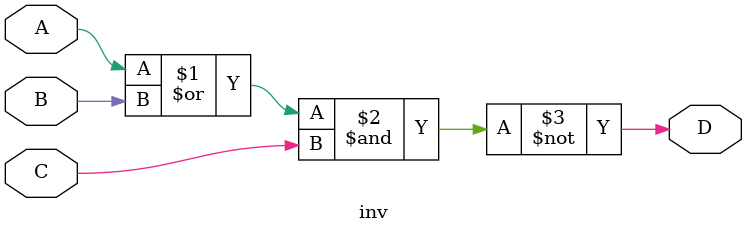
<source format=v>
`timescale 1ns / 1ps

module inv(
    input A,
    input B,
    input C,
    output D
    );
    
    assign D = ~( ( (A)|(B) ) & C );
    
endmodule


</source>
